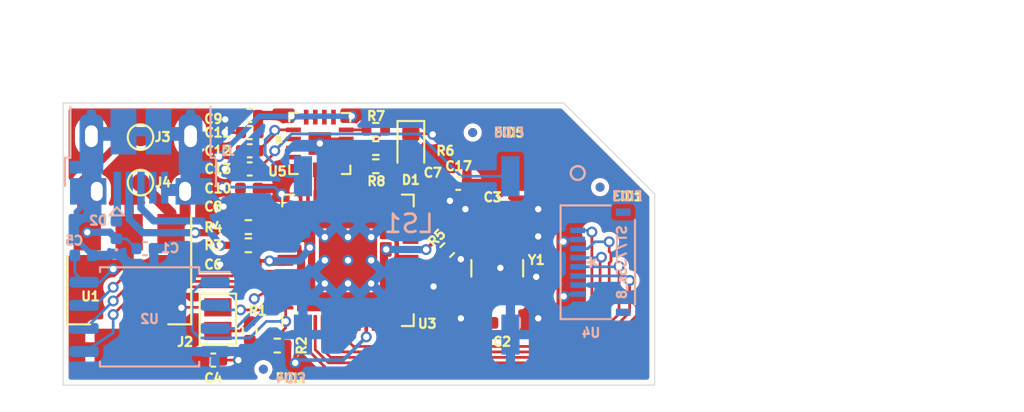
<source format=kicad_pcb>
(kicad_pcb (version 20221018) (generator pcbnew)
  (title_block (title "RP2040 Minimal Design Example") (date "2020-07-13") (rev "REV1") (company "Raspberry Pi (Trading) Ltd"))
  (layers (0 "F.Cu" signal) (31 "B.Cu" signal) (34 "B.Paste" user) (35 "F.Paste" user) (36 "B.SilkS" user "B.Silkscreen") (37 "F.SilkS" user "F.Silkscreen") (38 "B.Mask" user) (39 "F.Mask" user) (44 "Edge.Cuts" user))
  (net 0 "")
  (net 1 "GND")
  (net 2 "VBUS")
  (net 3 "/XIN")
  (net 4 "/XOUT")
  (net 5 "+3V3")
  (net 6 "+1V1")
  (net 8 "/~{USB_BOOT}")
  (net 9 "/GPIO15")
  (net 10 "/GPIO14")
  (net 11 "/GPIO13")
  (net 12 "/GPIO12")
  (net 13 "/GPIO11")
  (net 14 "/GPIO10")
  (net 15 "/GPIO9")
  (net 16 "/GPIO8")
  (net 17 "/GPIO7")
  (net 18 "/GPIO6")
  (net 19 "/GPIO5")
  (net 20 "/GPIO4")
  (net 21 "/GPIO3")
  (net 22 "/GPIO2")
  (net 23 "/GPIO1")
  (net 24 "/GPIO0")
  (net 25 "/GPIO29_ADC3")
  (net 26 "/GPIO28_ADC2")
  (net 27 "/GPIO27_ADC1")
  (net 28 "/GPIO26_ADC0")
  (net 29 "/GPIO25")
  (net 30 "/GPIO24")
  (net 31 "/GPIO23")
  (net 32 "/GPIO22")
  (net 33 "/GPIO21")
  (net 34 "/GPIO20")
  (net 35 "/GPIO19")
  (net 36 "/GPIO18")
  (net 37 "/GPIO17")
  (net 38 "/GPIO16")
  (net 39 "/RUN")
  (net 40 "/SWD")
  (net 41 "/SWCLK")
  (net 42 "/QSPI_SS")
  (net 43 "Net-(R3-Pad2)")
  (net 44 "Net-(R4-Pad2)")
  (net 45 "/QSPI_SD3")
  (net 46 "/QSPI_SCLK")
  (net 47 "/QSPI_SD0")
  (net 48 "/QSPI_SD2")
  (net 49 "/QSPI_SD1")
  (net 50 "/USB_D+")
  (net 51 "/USB_D-")
  (net 52 "Net-(C3-Pad1)")
  (net 53 "Net-(C12-Pad1)")
  (net 54 "Net-(C13-Pad1)")
  (net 55 "Net-(R6-Pad2)")
  (net 56 "Net-(R7-Pad2)")
  (net 61 "Net-(D1-Pad2)")
  (net 62 "Net-(D2-Pad2)")
  (footprint "Capacitor_SMD:C_0402_1005Metric" (layer "F.Cu") (at 163.84 93)
    (fp_text reference "C4")
    (fp_text value "10u")
  )
  (footprint "Capacitor_SMD:C_0402_1005Metric" (layer "F.Cu") (at 165.815 83.56875 180)
    (fp_text reference "C10")
    (fp_text value "1u")
  )
  (footprint "Capacitor_SMD:C_0402_1005Metric" (layer "F.Cu") (at 165.815 84.56875 180)
    (fp_text reference "C8")
    (fp_text value "1u")
  )
  (footprint "Resistor_SMD:R_0402_1005Metric" (layer "F.Cu") (at 167.351855 92.202951 180)
    (fp_text reference "R2")
    (fp_text value "DNF")
  )
  (footprint "Package_TO_SOT_SMD:SOT-223-3_TabPin2" (layer "F.Cu") (at 159.215 89.125 -90)
    (fp_text reference "U1")
    (fp_text value "NCP1117-3.3_SOT223")
  )
  (footprint "Capacitor_SMD:C_0402_1005Metric" (layer "F.Cu") (at 179.19 84.95625)
    (fp_text reference "C3")
    (fp_text value "27p")
  )
  (footprint "Resistor_SMD:R_0402_1005Metric" (layer "F.Cu") (at 165.84 91.375 90)
    (fp_text reference "R1")
    (fp_text value "1k")
  )
  (footprint "Resistor_SMD:R_0402_1005Metric" (layer "F.Cu") (at 165.765 86.69375)
    (fp_text reference "R3")
    (fp_text value "27")
  )
  (footprint "Capacitor_SMD:C_0402_1005Metric" (layer "F.Cu") (at 175.896581 84.70625 90)
    (fp_text reference "C7")
    (fp_text value "100n")
  )
  (footprint "RP2040_minimal:RP2040-QFN-56" (layer "F.Cu") (at 171.24 87.51875 90)
    (fp_text reference "U3")
    (fp_text value "RP2040")
  )
  (footprint "Capacitor_SMD:C_0402_1005Metric" (layer "F.Cu") (at 179.69 90.95625 180)
    (fp_text reference "C2")
    (fp_text value "27p")
  )
  (footprint "Resistor_SMD:R_0402_1005Metric" (layer "F.Cu") (at 165.765 85.69375)
    (fp_text reference "R4")
    (fp_text value "27")
  )
  (footprint "Capacitor_SMD:C_0402_1005Metric" (layer "F.Cu") (at 165.715 87.70625 180)
    (fp_text reference "C6")
    (fp_text value "100n")
  )
  (footprint "Resistor_SMD:R_0402_1005Metric" (layer "F.Cu") (at 176.69 86.95625 45)
    (fp_text reference "R5")
    (fp_text value "1k")
  )
  (footprint "Custom:403C35D12M00000" (layer "F.Cu") (at 179.44 87.95625 90)
    (fp_text reference "Y1")
    (fp_text value "ABLS-12.000MHZ-B4-T" hide)
  )
  (footprint "Capacitor_SMD:C_0402_1005Metric" (layer "F.Cu") (at 177.295918 83.288047 180)
    (fp_text reference "C17")
    (fp_text value "10u")
  )
  (footprint "Capacitor_SMD:C_0402_1005Metric" (layer "F.Cu") (at 165.824093 79.55969 180)
    (fp_text reference "C9")
    (fp_text value "10u")
  )
  (footprint "Capacitor_SMD:C_0402_1005Metric" (layer "F.Cu") (at 165.84 82.5 180)
    (fp_text reference "C13")
    (fp_text value "220p")
  )
  (footprint "Capacitor_SMD:C_0402_1005Metric" (layer "F.Cu") (at 165.84 80.5 180)
    (fp_text reference "C11")
    (fp_text value "100n")
  )
  (footprint "Fiducial:Fiducial_0.5mm_Mask1mm" (layer "F.Cu") (at 166.59 93.5)
    (fp_text reference "FID2")
    (fp_text value "Fiducial")
  )
  (footprint "Resistor_SMD:R_0402_1005Metric" (layer "F.Cu") (at 172.7672 80.35 180)
    (fp_text reference "R7")
    (fp_text value "680k")
  )
  (footprint "Custom:MAX98357AETE-T" (layer "F.Cu") (at 169.6922 81.1 180)
    (fp_text reference "U5")
    (fp_text value "MAX98357AETE+T" hide)
  )
  (footprint "Jumper:SolderJumper-2_P1.3mm_Open_Pad1.0x1.5mm" (layer "F.Cu") (at 164.09 90.75 90)
    (fp_text reference "J2")
    (fp_text value "Conn_01x02")
  )
  (footprint "Resistor_SMD:R_0402_1005Metric" (layer "F.Cu") (at 172.7672 82.35 180)
    (fp_text reference "R8")
    (fp_text value "1K")
  )
  (footprint "LED_SMD:LED_0603_1608Metric" (layer "F.Cu") (at 174.6922 81.35 -90)
    (fp_text reference "D1")
    (fp_text value "LED")
  )
  (footprint "Capacitor_SMD:C_0402_1005Metric" (layer "F.Cu") (at 165.84 81.5 180)
    (fp_text reference "C12")
    (fp_text value "220p")
  )
  (footprint "Fiducial:Fiducial_0.5mm_Mask1mm" (layer "F.Cu") (at 178.09 80.5)
    (fp_text reference "FID5")
    (fp_text value "Fiducial")
  )
  (footprint "Fiducial:Fiducial_0.5mm_Mask1mm" (layer "F.Cu") (at 185.09 83.5)
    (fp_text reference "FID1")
    (fp_text value "Fiducial")
  )
  (footprint "TestPoint:TestPoint_Pad_D1.0mm" (layer "F.Cu") (at 159.84 80.75 180)
    (fp_text reference "J3")
    (fp_text value "Conn_01x01_Female")
  )
  (footprint "TestPoint:TestPoint_Pad_D1.0mm" (layer "F.Cu") (at 159.84 83.25)
    (fp_text reference "J4")
    (fp_text value "Conn_01x01_Female")
  )
  (footprint "Resistor_SMD:R_0402_1005Metric" (layer "F.Cu") (at 172.7672 81.35 180)
    (fp_text reference "R6")
    (fp_text value "100k")
  )
  (footprint "RP2040_minimal:USB_Micro-B_Amphenol_10103594-0001LF_Horizontal_modified" (layer "B.Cu") (at 159.865 80.7)
    (fp_text reference "J1")
    (fp_text value "USB_B_Micro")
  )
  (footprint "Capacitor_SMD:C_0402_1005Metric" (layer "B.Cu") (at 156.715 87.25)
    (fp_text reference "C5")
    (fp_text value "100n")
  )
  (footprint "Package_SO:SOIC-8_5.23x5.23mm_P1.27mm" (layer "B.Cu") (at 160.34 90.625 180)
    (fp_text reference "U2")
    (fp_text value "W25Q128JVS")
  )
  (footprint "Capacitor_SMD:C_0402_1005Metric" (layer "B.Cu") (at 160.09 86.875)
    (fp_text reference "C1")
    (fp_text value "10u")
  )
  (footprint "Custom:SMS-1308MS-2-R" (layer "B.Cu") (at 174.465 87.25)
    (fp_text reference "LS1")
    (fp_text value "Speaker")
  )
  (footprint "Diode_SMD:D_0402_1005Metric" (layer "B.Cu") (at 158.515 85.85 90)
    (fp_text reference "D2")
    (fp_text value "D_Schottky")
  )
  (footprint "Fiducial:Fiducial_0.5mm_Mask1mm" (layer "B.Cu") (at 185.09 83.5 180)
    (fp_text reference "FID3")
    (fp_text value "Fiducial")
  )
  (footprint "Fiducial:Fiducial_0.5mm_Mask1mm" (layer "B.Cu") (at 178.09 80.5 180)
    (fp_text reference "FID6")
    (fp_text value "Fiducial")
  )
  (footprint "Fiducial:Fiducial_0.5mm_Mask1mm" (layer "B.Cu") (at 166.59 93.5 180)
    (fp_text reference "FID4")
    (fp_text value "Fiducial")
  )
  (footprint "Custom:2328702-8" (layer "B.Cu") (at 184.965 87.625 -90)
    (fp_text reference "U4")
    (fp_text value "ST7735s_8")
  )
  (gr_poly (pts (xy 188.09 83.875) (xy 188.09 94.375) (xy 155.59 94.375) (xy 155.59 78.875) (xy 183.09 78.875)) (stroke (width 0.05)) (fill none) (layer "Edge.Cuts"))
  (segment (start 174.6775 88.51875) (end 175.5025 88.51875) (width 0.15) (layer "F.Cu") (net 1))
  (segment (start 164.32 93) (end 165.215 93) (width 0.15) (layer "F.Cu") (net 1))
  (segment (start 176.815918 84.225918) (end 176.84 84.25) (width 0.15) (layer "F.Cu") (net 1))
  (segment (start 164.215 87.75) (end 164.25875 87.70625) (width 0.15) (layer "F.Cu") (net 1))
  (segment (start 171.14 80.85) (end 169.9422 80.85) (width 0.15) (layer "F.Cu") (net 1))
  (segment (start 164.709142 79.55969) (end 165.364093 79.55969) (width 0.15) (layer "F.Cu") (net 1))
  (segment (start 169.9422 81.35) (end 169.6922 81.1) (width 0.15) (layer "F.Cu") (net 1))
  (segment (start 169.4422 81.35) (end 169.6922 81.1) (width 0.15) (layer "F.Cu") (net 1))
  (segment (start 175.8547 80.5625) (end 175.8922 80.6) (width 0.15) (layer "F.Cu") (net 1))
  (segment (start 168.2444 81.35) (end 169.4422 81.35) (width 0.15) (layer "F.Cu") (net 1))
  (segment (start 169.9422 80.85) (end 169.6922 81.1) (width 0.15) (layer "F.Cu") (net 1))
  (segment (start 175.5025 88.51875) (end 175.94 88.95625) (width 0.15) (layer "F.Cu") (net 1))
  (segment (start 164.491398 79.777434) (end 164.709142 79.55969) (width 0.15) (layer "F.Cu") (net 1))
  (segment (start 164.09 90.1) (end 162.115 90.1) (width 0.15) (layer "F.Cu") (net 1))
  (segment (start 162.115 90.1) (end 162.09 90.125) (width 0.15) (layer "F.Cu") (net 1))
  (segment (start 176.81125 84.22125) (end 176.84 84.25) (width 0.15) (layer "F.Cu") (net 1))
  (segment (start 175.896581 84.22125) (end 176.81125 84.22125) (width 0.15) (layer "F.Cu") (net 1))
  (segment (start 169.9422 82.5478) (end 169.9422 81.35) (width 0.15) (layer "F.Cu") (net 1))
  (segment (start 161.515 84.925) (end 159.84 83.25) (width 0.6) (layer "F.Cu") (net 1))
  (segment (start 162.29 83.73) (end 162.29 85.2) (width 0.6) (layer "F.Cu") (net 1))
  (segment (start 165.36 82.5) (end 164.465 82.5) (width 0.15) (layer "F.Cu") (net 1))
  (segment (start 165.36 80.5) (end 164.469093 80.5) (width 0.15) (layer "F.Cu") (net 1))
  (segment (start 161.515 85.975) (end 161.515 84.925) (width 0.6) (layer "F.Cu") (net 1))
  (segment (start 162.29 85.2) (end 161.515 85.975) (width 0.6) (layer "F.Cu") (net 1))
  (segment (start 174.6922 80.5625) (end 175.8547 80.5625) (width 0.15) (layer "F.Cu") (net 1))
  (segment (start 165.33 83.56875) (end 165.33 84.56875) (width 0.15) (layer "F.Cu") (net 1))
  (segment (start 164.25875 87.70625) (end 165.23 87.70625) (width 0.15) (layer "F.Cu") (net 1))
  (segment (start 165.33 84.56875) (end 164.5 84.56875) (width 0.2) (layer "F.Cu") (net 1))
  (segment (start 165.36 81.5) (end 165.36 82.5) (width 0.15) (layer "F.Cu") (net 1))
  (segment (start 176.815918 83.288047) (end 176.815918 84.225918) (width 0.15) (layer "F.Cu") (net 1))
  (via (at 179.611406 87.934844) (size 0.6) (drill 0.35) (layers "F.Cu" "B.Cu") (net 1))
  (via (at 181.69 84.70625) (size 0.6) (drill 0.35) (layers "F.Cu" "B.Cu") (net 1))
  (via (at 181.580545 88.42625) (size 0.6) (drill 0.35) (layers "F.Cu" "B.Cu") (net 1))
  (via (at 162.09 90.125) (size 0.6) (drill 0.35) (layers "F.Cu" "B.Cu") (net 1))
  (via (at 181.69 90.70625) (size 0.6) (drill 0.35) (layers "F.Cu" "B.Cu") (net 1))
  (via (at 176.84 84.25) (size 0.6) (drill 0.35) (layers "F.Cu" "B.Cu") (net 1))
  (via (at 164.215 87.75) (size 0.6) (drill 0.35) (layers "F.Cu" "B.Cu") (net 1))
  (via (at 177.44 90.70625) (size 0.6) (drill 0.35) (layers "F.Cu" "B.Cu") (net 1))
  (via (at 164.4 84.56875) (size 0.6) (drill 0.35) (layers "F.Cu" "B.Cu") (net 1))
  (via (at 165.215 93) (size 0.6) (drill 0.35) (layers "F.Cu" "B.Cu") (net 1))
  (via (at 175.94 88.95625) (size 0.6) (drill 0.35) (layers "F.Cu" "B.Cu") (net 1))
  (via (at 181.69 86.20625) (size 0.6) (drill 0.35) (layers "F.Cu" "B.Cu") (net 1))
  (via (at 169.6922 81.1) (size 0.6) (drill 0.35) (layers "F.Cu" "B.Cu") (net 1))
  (via (at 164.491398 79.777434) (size 0.6) (drill 0.35) (layers "F.Cu" "B.Cu") (net 1))
  (via (at 164.465 82.5) (size 0.6) (drill 0.35) (layers "F.Cu" "B.Cu") (net 1))
  (via (at 177.69 84.70625) (size 0.6) (drill 0.35) (layers "F.Cu" "B.Cu") (net 1))
  (via (at 175.8922 80.6) (size 0.6) (drill 0.35) (layers "F.Cu" "B.Cu") (net 1))
  (via (at 164.469093 80.5) (size 0.6) (drill 0.35) (layers "F.Cu" "B.Cu") (net 1))
  (via (at 177.44 87.45625) (size 0.6) (drill 0.35) (layers "F.Cu" "B.Cu") (net 1))
  (segment (start 156.315 84.855) (end 157.44 83.73) (width 0.3) (layer "B.Cu") (net 1))
  (segment (start 162.765 83.73) (end 163.56125 83.73) (width 0.15) (layer "B.Cu") (net 1))
  (segment (start 163.56125 83.73) (end 164.4 84.56875) (width 0.3) (layer "B.Cu") (net 1))
  (segment (start 183.862767 88.875) (end 184.465 88.875) (width 0.15) (layer "B.Cu") (net 1))
  (segment (start 184.465 88.875) (end 184.59 89) (width 0.15) (layer "B.Cu") (net 1))
  (segment (start 156.315 86.365) (end 156.315 84.855) (width 0.3) (layer "B.Cu") (net 1))
  (segment (start 157.2 87.25) (end 156.315 86.365) (width 0.3) (layer "B.Cu") (net 1))
  (segment (start 156.565 85.625) (end 156.565 83.167563) (width 0.4) (layer "F.Cu") (net 2))
  (segment (start 156.565 83.167563) (end 158.982563 80.75) (width 0.4) (layer "F.Cu") (net 2))
  (segment (start 158.982563 80.75) (end 159.84 80.75) (width 0.4) (layer "F.Cu") (net 2))
  (segment (start 156.915 85.975) (end 156.565 85.625) (width 0.4) (layer "F.Cu") (net 2))
  (via (at 156.915 85.975) (size 0.6) (drill 0.35) (layers "F.Cu" "B.Cu") (net 2))
  (segment (start 158.515 86.335) (end 159.07 86.335) (width 0.15) (layer "B.Cu") (net 2))
  (segment (start 158.155 85.975) (end 158.515 86.335) (width 0.4) (layer "B.Cu") (net 2))
  (segment (start 159.07 86.335) (end 159.61 86.875) (width 0.15) (layer "B.Cu") (net 2))
  (segment (start 156.915 85.975) (end 158.155 85.975) (width 0.4) (layer "B.Cu") (net 2))
  (segment (start 180.24 89.34055) (end 180.24 90.89125) (width 0.2) (layer "F.Cu") (net 3))
  (segment (start 174.6775 88.11875) (end 179.0182 88.11875) (width 0.2) (layer "F.Cu") (net 3))
  (segment (start 179.0182 88.11875) (end 180.24 89.34055) (width 0.2) (layer "F.Cu") (net 3))
  (segment (start 180.24 90.89125) (end 180.175 90.95625) (width 0.2) (layer "F.Cu") (net 3))
  (segment (start 174.6775 87.71875) (end 175.9175 87.71875) (width 0.2) (layer "F.Cu") (net 4))
  (segment (start 175.9175 87.71875) (end 176.18 87.45625) (width 0.2) (layer "F.Cu") (net 4))
  (segment (start 167.8025 86.91875) (end 168.44 86.91875) (width 0.2) (layer "F.Cu") (net 5))
  (segment (start 168.34 92.75) (end 168.64 92.45) (width 0.2) (layer "F.Cu") (net 5))
  (segment (start 167.59 83.875) (end 167.59 84.70625) (width 0.15) (layer "F.Cu") (net 5))
  (segment (start 175.6422 81.35) (end 175.7672 81.475) (width 0.15) (layer "F.Cu") (net 5))
  (segment (start 166.532474 83.56875) (end 166.3 83.56875) (width 0.2) (layer "F.Cu") (net 5))
  (segment (start 172.24472 90.96097) (end 172.24472 91.7255) (width 0.2) (layer "F.Cu") (net 5))
  (segment (start 158.34 88) (end 159.215 87.125) (width 0.3) (layer "F.Cu") (net 5))
  (segment (start 167.8025 84.91875) (end 167.5125 84.91875) (width 0.2) (layer "F.Cu") (net 5))
  (segment (start 169.4422 79.6522) (end 168.942199 79.6522) (width 0.15) (layer "F.Cu") (net 5))
  (segment (start 167.59 83.875) (end 168.43375 83.875) (width 0.15) (layer "F.Cu") (net 5))
  (segment (start 159.215 87.125) (end 159.215 85.975) (width 0.3) (layer "F.Cu") (net 5))
  (segment (start 167.8025 84.91875) (end 167.65 84.91875) (width 0.2) (layer "F.Cu") (net 5))
  (segment (start 172.24 84.08125) (end 172.24 84.91875) (width 0.2) (layer "F.Cu") (net 5))
  (segment (start 172.24 83.6) (end 172.59 83.25) (width 0.2) (layer "F.Cu") (net 5))
  (segment (start 168.64 92.45) (end 168.64 90.95625) (width 0.2) (layer "F.Cu") (net 5))
  (segment (start 167.8025 85.31875) (end 168.44 85.31875) (width 0.2) (layer "F.Cu") (net 5))
  (segment (start 172.59 83.25) (end 173.09 83.25) (width 0.2) (layer "F.Cu") (net 5))
  (segment (start 168.64 90.95625) (end 168.64 90.11875) (width 0.2) (layer "F.Cu") (net 5))
  (segment (start 167.8025 84.91875) (end 168.64 84.91875) (width 0.2) (layer "F.Cu") (net 5))
  (segment (start 168.64 87.31875) (end 168.24 87.31875) (width 0.2) (layer "F.Cu") (net 5))
  (segment (start 173.2772 81.35) (end 175.6422 81.35) (width 0.15) (layer "F.Cu") (net 5))
  (segment (start 168.34 93.149502) (end 168.34 92.75) (width 0.2) (layer "F.Cu") (net 5))
  (segment (start 168.44 85.31875) (end 168.64 85.11875) (width 0.2) (layer "F.Cu") (net 5))
  (segment (start 172.24 90.95625) (end 172.24 90.11875) (width 0.2) (layer "F.Cu") (net 5))
  (segment (start 167.8025 85.31875) (end 167.8025 84.91875) (width 0.2) (layer "F.Cu") (net 5))
  (segment (start 167.8025 87.31875) (end 168.64 87.31875) (width 0.2) (layer "F.Cu") (net 5))
  (segment (start 172.24 90.95625) (end 172.24472 90.96097) (width 0.2) (layer "F.Cu") (net 5))
  (segment (start 174.6775 87.31875) (end 174.04 87.31875) (width 0.2) (layer "F.Cu") (net 5))
  (segment (start 168.64 84.08125) (end 168.64 84.91875) (width 0.2) (layer "F.Cu") (net 5))
  (segment (start 168.43375 83.875) (end 168.64 84.08125) (width 0.15) (layer "F.Cu") (net 5))
  (segment (start 168.44 86.91875) (end 168.64 87.11875) (width 0.2) (layer "F.Cu") (net 5))
  (segment (start 172.24 84.08125) (end 172.24 83.6) (width 0.2) (layer "F.Cu") (net 5))
  (segment (start 167.65 84.91875) (end 166.3 83.56875) (width 0.2) (layer "F.Cu") (net 5))
  (segment (start 167.59 84.70625) (end 167.8025 84.91875) (width 0.15) (layer "F.Cu") (net 5))
  (via (at 168.13595 79.6) (size 0.6) (drill 0.35) (layers "F.Cu" "B.Cu") (net 5))
  (via (at 164.150836 81.819387) (size 0.6) (drill 0.35) (layers "F.Cu" "B.Cu") (net 5))
  (via (at 183.072214 86.489193) (size 0.6) (drill 0.35) (layers "F.Cu" "B.Cu") (net 5))
  (via (at 171.4422 79.6) (size 0.6) (drill 0.35) (layers "F.Cu" "B.Cu") (net 5))
  (via (at 183.09 89.5) (size 0.6) (drill 0.35) (layers "F.Cu" "B.Cu") (net 5))
  (via (at 168.34 93.149502) (size 0.6) (drill 0.35) (layers "F.Cu" "B.Cu") (net 5))
  (via (at 164.34 83.5) (size 0.6) (drill 0.35) (layers "F.Cu" "B.Cu") (net 5))
  (via (at 167.59 83.875) (size 0.6) (drill 0.35) (layers "F.Cu" "B.Cu") (net 5))
  (via (at 172.24472 91.7255) (size 0.6) (drill 0.35) (layers "F.Cu" "B.Cu") (net 5))
  (via (at 158.34 88) (size 0.6) (drill 0.35) (layers "F.Cu" "B.Cu") (net 5))
  (segment (start 183.186407 86.375) (end 183.072214 86.489193) (width 0.15) (layer "B.Cu") (net 5))
  (segment (start 156.23 88.21) (end 156.74 88.72) (width 0.15) (layer "B.Cu") (net 5))
  (segment (start 183.215001 89.374999) (end 183.09 89.5) (width 0.15) (layer "B.Cu") (net 5))
  (segment (start 156.23 87.25) (end 156.23 88.21) (width 0.15) (layer "B.Cu") (net 5))
  (segment (start 168.489502 93) (end 170.97022 93) (width 0.2) (layer "B.Cu") (net 5))
  (segment (start 156.74 88.72) (end 157.62 88.72) (width 0.15) (layer "B.Cu") (net 5))
  (segment (start 164.34 83.5) (end 167.215 83.5) (width 0.15) (layer "B.Cu") (net 5))
  (segment (start 170.97022 93) (end 172.24472 91.7255) (width 0.2) (layer "B.Cu") (net 5))
  (segment (start 167.215 83.5) (end 167.59 83.875) (width 0.15) (layer "B.Cu") (net 5))
  (segment (start 157.62 88.72) (end 158.34 88) (width 0.15) (layer "B.Cu") (net 5))
  (segment (start 183.862767 86.375) (end 183.186407 86.375) (width 0.15) (layer "B.Cu") (net 5))
  (segment (start 183.862767 89.374999) (end 183.215001 89.374999) (width 0.15) (layer "B.Cu") (net 5))
  (segment (start 168.34 93.149502) (end 168.489502 93) (width 0.2) (layer "B.Cu") (net 5))
  (segment (start 168.13595 79.6) (end 166.370223 79.6) (width 0.3) (layer "B.Cu") (net 5))
  (segment (start 171.4422 79.6) (end 168.13595 79.6) (width 0.3) (layer "B.Cu") (net 5))
  (segment (start 166.370223 79.6) (end 164.150836 81.819387) (width 0.3) (layer "B.Cu") (net 5))
  (segment (start 175.53 86.92875) (end 175.896581 86.562169) (width 0.2) (layer "F.Cu") (net 6))
  (segment (start 166.3 84.70625) (end 167.3125 85.71875) (width 0.15) (layer "F.Cu") (net 6))
  (segment (start 166.3 84.56875) (end 166.3 84.70625) (width 0.15) (layer "F.Cu") (net 6))
  (segment (start 166.9275 87.54925) (end 166.357 87.54925) (width 0.2) (layer "F.Cu") (net 6))
  (segment (start 166.357 87.54925) (end 166.2 87.70625) (width 0.2) (layer "F.Cu") (net 6))
  (segment (start 167.8025 85.71875) (end 167.3125 85.71875) (width 0.2) (layer "F.Cu") (net 6))
  (segment (start 175.52 86.91875) (end 174.6775 86.91875) (width 0.2) (layer "F.Cu") (net 6))
  (segment (start 167.8025 85.71875) (end 168.64 85.71875) (width 0.2) (layer "F.Cu") (net 6))
  (segment (start 175.896581 85.19125) (end 175.896581 86.562169) (width 0.15) (layer "F.Cu") (net 6))
  (segment (start 167.097 87.71875) (end 167.8025 87.71875) (width 0.2) (layer "F.Cu") (net 6))
  (segment (start 166.9275 87.54925) (end 167.097 87.71875) (width 0.2) (layer "F.Cu") (net 6))
  (segment (start 175.53 86.92875) (end 175.52 86.91875) (width 0.2) (layer "F.Cu") (net 6))
  (via (at 166.9275 87.54925) (size 0.6) (drill 0.35) (layers "F.Cu" "B.Cu") (net 6))
  (via (at 169.14 86.81875) (size 0.6) (drill 0.35) (layers "F.Cu" "B.Cu") (net 6))
  (via (at 173.34 86.91878) (size 0.6) (drill 0.35) (layers "F.Cu" "B.Cu") (net 6))
  (via (at 175.53 86.92875) (size 0.6) (drill 0.35) (layers "F.Cu" "B.Cu") (net 6))
  (segment (start 168.5985 87.54775) (end 169.14 86.81875) (width 0.4) (layer "B.Cu") (net 6))
  (segment (start 166.9275 87.54925) (end 168.5985 87.54775) (width 0.4) (layer "B.Cu") (net 6))
  (segment (start 175.53 86.92875) (end 173.34 86.91878) (width 0.4) (layer "B.Cu") (net 6))
  (segment (start 164.09 91.4) (end 165.305 91.4) (width 0.15) (layer "F.Cu") (net 8))
  (segment (start 165.305 91.4) (end 165.84 90.865) (width 0.15) (layer "F.Cu") (net 8))
  (segment (start 184.638482 90.451518) (end 182.84 92.25) (width 0.15) (layer "F.Cu") (net 19))
  (segment (start 171.04 91.75) (end 171.04 90.95625) (width 0.15) (layer "F.Cu") (net 19))
  (segment (start 182.84 92.25) (end 171.54 92.25) (width 0.15) (layer "F.Cu") (net 19))
  (segment (start 171.54 92.25) (end 171.04 91.75) (width 0.15) (layer "F.Cu") (net 19))
  (segment (start 184.638482 85.966362) (end 184.638482 90.451518) (width 0.15) (layer "F.Cu") (net 19))
  (via (at 184.638482 85.966362) (size 0.6) (drill 0.35) (layers "F.Cu" "B.Cu") (net 19))
  (segment (start 183.862767 85.875001) (end 184.547121 85.875001) (width 0.15) (layer "B.Cu") (net 19))
  (segment (start 184.547121 85.875001) (end 184.638482 85.966362) (width 0.15) (layer "B.Cu") (net 19))
  (segment (start 185.09 87.423482) (end 185.09 90.5) (width 0.15) (layer "F.Cu") (net 21))
  (segment (start 183.04 92.55) (end 170.412792 92.55) (width 0.15) (layer "F.Cu") (net 21))
  (segment (start 185.162982 87.3505) (end 185.09 87.423482) (width 0.15) (layer "F.Cu") (net 21))
  (segment (start 170.24 92.377208) (end 170.24 90.95625) (width 0.15) (layer "F.Cu") (net 21))
  (segment (start 185.09 90.5) (end 183.04 92.55) (width 0.15) (layer "F.Cu") (net 21))
  (segment (start 170.412792 92.55) (end 170.24 92.377208) (width 0.15) (layer "F.Cu") (net 21))
  (via (at 185.162982 87.3505) (size 0.6) (drill 0.35) (layers "F.Cu" "B.Cu") (net 21))
  (segment (start 185.162982 87.3505) (end 185.138482 87.375) (width 0.15) (layer "B.Cu") (net 21))
  (segment (start 185.138482 87.375) (end 183.862767 87.375) (width 0.15) (layer "B.Cu") (net 21))
  (segment (start 169.84 92.401472) (end 169.84 90.95625) (width 0.15) (layer "F.Cu") (net 22))
  (segment (start 185.687982 87.133037) (end 185.687982 87.567963) (width 0.15) (layer "F.Cu") (net 22))
  (segment (start 185.59 87.035055) (end 185.687982 87.133037) (width 0.15) (layer "F.Cu") (net 22))
  (segment (start 185.59 86.5) (end 185.59 87.035055) (width 0.15) (layer "F.Cu") (net 22))
  (segment (start 185.59 87.665945) (end 185.59 90.575736) (width 0.15) (layer "F.Cu") (net 22))
  (segment (start 183.315736 92.85) (end 170.288528 92.85) (width 0.15) (layer "F.Cu") (net 22))
  (segment (start 185.59 90.575736) (end 183.315736 92.85) (width 0.15) (layer "F.Cu") (net 22))
  (segment (start 185.687982 87.567963) (end 185.59 87.665945) (width 0.15) (layer "F.Cu") (net 22))
  (segment (start 170.288528 92.85) (end 169.84 92.401472) (width 0.15) (layer "F.Cu") (net 22))
  (via (at 185.59 86.5) (size 0.6) (drill 0.35) (layers "F.Cu" "B.Cu") (net 22))
  (segment (start 184.794166 86.5) (end 184.419167 86.874999) (width 0.15) (layer "B.Cu") (net 22))
  (segment (start 185.59 86.5) (end 184.794166 86.5) (width 0.15) (layer "B.Cu") (net 22))
  (segment (start 184.419167 86.874999) (end 183.862767 86.874999) (width 0.15) (layer "B.Cu") (net 22))
  (segment (start 186.129879 90.460121) (end 183.44 93.15) (width 0.15) (layer "F.Cu") (net 23))
  (segment (start 170.164264 93.15) (end 169.44 92.425736) (width 0.15) (layer "F.Cu") (net 23))
  (segment (start 169.44 92.425736) (end 169.44 90.95625) (width 0.15) (layer "F.Cu") (net 23))
  (segment (start 183.44 93.15) (end 170.164264 93.15) (width 0.15) (layer "F.Cu") (net 23))
  (segment (start 186.129879 87.850501) (end 186.129879 90.460121) (width 0.15) (layer "F.Cu") (net 23))
  (via (at 186.129879 87.850501) (size 0.6) (drill 0.35) (layers "F.Cu" "B.Cu") (net 23))
  (segment (start 186.129879 87.850501) (end 186.10538 87.875) (width 0.15) (layer "B.Cu") (net 23))
  (segment (start 186.10538 87.875) (end 183.862767 87.875) (width 0.15) (layer "B.Cu") (net 23))
  (segment (start 170.04 93.45) (end 169.04 92.45) (width 0.15) (layer "F.Cu") (net 24))
  (segment (start 169.04 92.45) (end 169.04 90.95625) (width 0.15) (layer "F.Cu") (net 24))
  (segment (start 183.64 93.45) (end 170.04 93.45) (width 0.15) (layer "F.Cu") (net 24))
  (segment (start 186.714999 90.375001) (end 183.64 93.45) (width 0.15) (layer "F.Cu") (net 24))
  (segment (start 186.714999 88.625) (end 186.714999 90.375001) (width 0.15) (layer "F.Cu") (net 24))
  (via (at 186.714999 88.625) (size 0.6) (drill 0.35) (layers "F.Cu" "B.Cu") (net 24))
  (segment (start 186.465 88.375001) (end 183.862767 88.375001) (width 0.15) (layer "B.Cu") (net 24))
  (segment (start 186.714999 88.625) (end 186.465 88.375001) (width 0.15) (layer "B.Cu") (net 24))
  (segment (start 169.44 83.0772) (end 169.4422 83.075) (width 0.15) (layer "F.Cu") (net 26))
  (segment (start 169.44 84.08125) (end 169.44 83.0772) (width 0.15) (layer "F.Cu") (net 26))
  (segment (start 169.4422 82.5478) (end 169.4422 83.075) (width 0.15) (layer "F.Cu") (net 26))
  (segment (start 170.442201 83.004112) (end 170.442201 82.5478) (width 0.15) (layer "F.Cu") (net 27))
  (segment (start 169.84 84.08125) (end 169.84 83.606313) (width 0.15) (layer "F.Cu") (net 27))
  (segment (start 169.84 83.606313) (end 170.442201 83.004112) (width 0.15) (layer "F.Cu") (net 27))
  (segment (start 170.770577 83.1) (end 170.94 83.1) (width 0.15) (layer "F.Cu") (net 28))
  (segment (start 170.94 83.1) (end 171.14 82.9) (width 0.15) (layer "F.Cu") (net 28))
  (segment (start 171.14 82.9) (end 171.14 81.850001) (width 0.15) (layer "F.Cu") (net 28))
  (segment (start 170.24 83.630577) (end 170.770577 83.1) (width 0.15) (layer "F.Cu") (net 28))
  (segment (start 170.24 84.08125) (end 170.24 83.630577) (width 0.15) (layer "F.Cu") (net 28))
  (segment (start 171.18845 83.41875) (end 172.2572 82.35) (width 0.15) (layer "F.Cu") (net 29))
  (segment (start 170.64 83.654841) (end 170.876091 83.41875) (width 0.15) (layer "F.Cu") (net 29))
  (segment (start 170.876091 83.41875) (end 171.18845 83.41875) (width 0.15) (layer "F.Cu") (net 29))
  (segment (start 170.64 84.08125) (end 170.64 83.654841) (width 0.15) (layer "F.Cu") (net 29))
  (segment (start 171.84 84.08125) (end 171.84 83.25) (width 0.15) (layer "F.Cu") (net 32))
  (segment (start 172.195 82.895) (end 172.541317 82.895) (width 0.15) (layer "F.Cu") (net 32))
  (segment (start 172.7822 80.845) (end 173.2772 80.35) (width 0.15) (layer "F.Cu") (net 32))
  (segment (start 171.84 83.25) (end 172.195 82.895) (width 0.15) (layer "F.Cu") (net 32))
  (segment (start 172.541317 82.895) (end 172.7822 82.654117) (width 0.15) (layer "F.Cu") (net 32))
  (segment (start 172.7822 82.654117) (end 172.7822 80.845) (width 0.15) (layer "F.Cu") (net 32))
  (segment (start 167.815498 91.229308) (end 166.841855 92.202951) (width 0.15) (layer "F.Cu") (net 42))
  (segment (start 167.815498 90.875) (end 167.815498 91.229308) (width 0.15) (layer "F.Cu") (net 42))
  (segment (start 167.815498 90.875) (end 167.815498 90.131748) (width 0.15) (layer "F.Cu") (net 42))
  (segment (start 165.84 91.885) (end 166.523904 91.885) (width 0.15) (layer "F.Cu") (net 42))
  (segment (start 167.815498 90.131748) (end 167.8025 90.11875) (width 0.15) (layer "F.Cu") (net 42))
  (segment (start 166.523904 91.885) (end 166.841855 92.202951) (width 0.15) (layer "F.Cu") (net 42))
  (via (at 167.815498 90.875) (size 0.6) (drill 0.35) (layers "F.Cu" "B.Cu") (net 42))
  (segment (start 163.245 88.72) (end 163.94 88.72) (width 0.15) (layer "B.Cu") (net 42))
  (segment (start 165.84 91.785) (end 163.075736 91.785) (width 0.15) (layer "B.Cu") (net 42))
  (segment (start 166.75 90.875) (end 165.84 91.785) (width 0.15) (layer "B.Cu") (net 42))
  (segment (start 163.075736 91.785) (end 162.675 91.384264) (width 0.15) (layer "B.Cu") (net 42))
  (segment (start 162.675 89.29) (end 163.245 88.72) (width 0.15) (layer "B.Cu") (net 42))
  (segment (start 167.815498 90.875) (end 166.75 90.875) (width 0.15) (layer "B.Cu") (net 42))
  (segment (start 162.675 91.384264) (end 162.675 89.29) (width 0.15) (layer "B.Cu") (net 42))
  (segment (start 167.8025 86.51875) (end 166.45 86.51875) (width 0.2) (layer "F.Cu") (net 43))
  (segment (start 166.45 86.51875) (end 166.275 86.69375) (width 0.2) (layer "F.Cu") (net 43))
  (segment (start 166.7 86.11875) (end 166.275 85.69375) (width 0.2) (layer "F.Cu") (net 44))
  (segment (start 167.8025 86.11875) (end 166.7 86.11875) (width 0.2) (layer "F.Cu") (net 44))
  (segment (start 166.72125 88.11875) (end 166.59 88.25) (width 0.15) (layer "F.Cu") (net 45))
  (segment (start 158.965 88.375) (end 158.34 89) (width 0.15) (layer "F.Cu") (net 45))
  (segment (start 167.8025 88.11875) (end 166.72125 88.11875) (width 0.15) (layer "F.Cu") (net 45))
  (segment (start 166.59 88.25) (end 166.465 88.375) (width 0.15) (layer "F.Cu") (net 45))
  (segment (start 166.465 88.375) (end 162.09 88.375) (width 0.15) (layer "F.Cu") (net 45))
  (segment (start 162.09 88.375) (end 158.965 88.375) (width 0.15) (layer "F.Cu") (net 45))
  (via (at 158.34 89) (size 0.6) (drill 0.35) (layers "F.Cu" "B.Cu") (net 45))
  (segment (start 158.34 89) (end 157.35 89.99) (width 0.15) (layer "B.Cu") (net 45))
  (segment (start 157.35 89.99) (end 156.74 89.99) (width 0.15) (layer "B.Cu") (net 45))
  (segment (start 166.589264 88.675) (end 159.715 88.675) (width 0.15) (layer "F.Cu") (net 46))
  (segment (start 166.745514 88.51875) (end 166.589264 88.675) (width 0.15) (layer "F.Cu") (net 46))
  (segment (start 159.415 88.675) (end 158.34 89.75) (width 0.15) (layer "F.Cu") (net 46))
  (segment (start 167.8025 88.51875) (end 166.745514 88.51875) (width 0.15) (layer "F.Cu") (net 46))
  (segment (start 159.715 88.675) (end 159.415 88.675) (width 0.15) (layer "F.Cu") (net 46))
  (via (at 158.34 89.75) (size 0.6) (drill 0.35) (layers "F.Cu" "B.Cu") (net 46))
  (segment (start 156.83 91.26) (end 156.74 91.26) (width 0.15) (layer "B.Cu") (net 46))
  (segment (start 158.34 89.75) (end 156.83 91.26) (width 0.15) (layer "B.Cu") (net 46))
  (segment (start 159.84 88.975) (end 167.74625 88.975) (width 0.15) (layer "F.Cu") (net 47))
  (segment (start 159.84 88.975) (end 159.84 89) (width 0.15) (layer "F.Cu") (net 47))
  (segment (start 159.84 89) (end 158.34 90.5) (width 0.15) (layer "F.Cu") (net 47))
  (segment (start 167.74625 88.975) (end 167.8025 88.91875) (width 0.15) (layer "F.Cu") (net 47))
  (via (at 158.34 90.5) (size 0.6) (drill 0.35) (layers "F.Cu" "B.Cu") (net 47))
  (segment (start 158.34 91.5) (end 156.80033 92.53) (width 0.15) (layer "B.Cu") (net 47))
  (segment (start 156.80033 92.53) (end 156.74 92.53) (width 0.15) (layer "B.Cu") (net 47))
  (segment (start 158.34 90.5) (end 158.34 91.5) (width 0.15) (layer "B.Cu") (net 47))
  (segment (start 166.59 89.31875) (end 167.8025 89.31875) (width 0.15) (layer "F.Cu") (net 48))
  (segment (start 166.09 89.625) (end 166.59 89.31875) (width 0.15) (layer "F.Cu") (net 48))
  (via (at 166.09 89.625) (size 0.6) (drill 0.35) (layers "F.Cu" "B.Cu") (net 48))
  (segment (start 165.058102 91.26) (end 163.94 91.26) (width 0.15) (layer "B.Cu") (net 48))
  (segment (start 166.09 89.625) (end 166.09 90.228102) (width 0.15) (layer "B.Cu") (net 48))
  (segment (start 166.09 90.228102) (end 165.058102 91.26) (width 0.15) (layer "B.Cu") (net 48))
  (segment (start 166.316921 90.241329) (end 165.33431 90.241329) (width 0.15) (layer "F.Cu") (net 49))
  (segment (start 166.8395 89.71875) (end 166.316921 90.241329) (width 0.15) (layer "F.Cu") (net 49))
  (segment (start 166.8395 89.71875) (end 167.8025 89.71875) (width 0.15) (layer "F.Cu") (net 49))
  (via (at 165.33431 90.241329) (size 0.6) (drill 0.35) (layers "F.Cu" "B.Cu") (net 49))
  (segment (start 165.33431 90.241329) (end 164.191329 90.241329) (width 0.15) (layer "B.Cu") (net 49))
  (segment (start 164.191329 90.241329) (end 163.94 89.99) (width 0.15) (layer "B.Cu") (net 49))
  (segment (start 165.28 86.69375) (end 164.215 86.69375) (width 0.4) (layer "F.Cu") (net 50))
  (via (at 164.215 86.69375) (size 0.6) (drill 0.35) (layers "F.Cu" "B.Cu") (net 50))
  (segment (start 159.865 84.65) (end 159.865 83.525) (width 0.4) (layer "B.Cu") (net 50))
  (segment (start 160.565 85.35) (end 159.865 84.65) (width 0.4) (layer "B.Cu") (net 50))
  (segment (start 163.215 85.35) (end 160.565 85.35) (width 0.4) (layer "B.Cu") (net 50))
  (segment (start 164.215 86.69375) (end 163.215 85.35) (width 0.4) (layer "B.Cu") (net 50))
  (segment (start 162.84 86) (end 163.928679 86) (width 0.4) (layer "F.Cu") (net 51))
  (segment (start 163.928679 86) (end 164.234929 85.69375) (width 0.4) (layer "F.Cu") (net 51))
  (segment (start 164.234929 85.69375) (end 165.255 85.69375) (width 0.4) (layer "F.Cu") (net 51))
  (via (at 162.84 86) (size 0.6) (drill 0.35) (layers "F.Cu" "B.Cu") (net 51))
  (segment (start 162.84 86) (end 159.965 86) (width 0.4) (layer "B.Cu") (net 51))
  (segment (start 159.215 85.25) (end 159.215 83.525) (width 0.4) (layer "B.Cu") (net 51))
  (segment (start 159.965 86) (end 159.215 85.25) (width 0.4) (layer "B.Cu") (net 51))
  (segment (start 178.64 85.02125) (end 178.705 84.95625) (width 0.15) (layer "F.Cu") (net 52))
  (segment (start 178.64 86.57195) (end 178.64 85.02125) (width 0.15) (layer "F.Cu") (net 52))
  (segment (start 177.050624 86.595626) (end 177.0743 86.57195) (width 0.15) (layer "F.Cu") (net 52))
  (segment (start 177.0743 86.57195) (end 178.64 86.57195) (width 0.15) (layer "F.Cu") (net 52))
  (segment (start 167.215 80.605) (end 166.32 81.5) (width 0.15) (layer "F.Cu") (net 53))
  (segment (start 167.240001 80.349999) (end 168.2444 80.349999) (width 0.15) (layer "F.Cu") (net 53))
  (segment (start 167.215 80.375) (end 167.240001 80.349999) (width 0.15) (layer "F.Cu") (net 53))
  (segment (start 167.215 80.375) (end 167.215 80.605) (width 0.15) (layer "F.Cu") (net 53))
  (via (at 167.215 80.375) (size 0.6) (drill 0.35) (layers "F.Cu" "B.Cu") (net 53))
  (segment (start 167.215 80.375) (end 166.69 80.9) (width 0.15) (layer "B.Cu") (net 53))
  (segment (start 167.865 82.9) (end 168.765 82.9) (width 0.15) (layer "B.Cu") (net 53))
  (segment (start 166.69 81.725) (end 167.865 82.9) (width 0.15) (layer "B.Cu") (net 53))
  (segment (start 166.69 80.9) (end 166.69 81.725) (width 0.15) (layer "B.Cu") (net 53))
  (segment (start 167.865 80.85) (end 167.215 81.5) (width 0.15) (layer "F.Cu") (net 54))
  (segment (start 168.2444 80.85) (end 167.865 80.85) (width 0.15) (layer "F.Cu") (net 54))
  (segment (start 167.215 81.5) (end 167.215 81.605) (width 0.15) (layer "F.Cu") (net 54))
  (segment (start 167.215 81.605) (end 166.32 82.5) (width 0.15) (layer "F.Cu") (net 54))
  (via (at 167.215 81.5) (size 0.6) (drill 0.35) (layers "F.Cu" "B.Cu") (net 54))
  (segment (start 167.215 81.5) (end 168.14 80.575) (width 0.15) (layer "B.Cu") (net 54))
  (segment (start 175.124737 80.575) (end 177.449737 82.9) (width 0.15) (layer "B.Cu") (net 54))
  (segment (start 168.14 80.575) (end 175.124737 80.575) (width 0.15) (layer "B.Cu") (net 54))
  (segment (start 177.449737 82.9) (end 180.165 82.9) (width 0.15) (layer "B.Cu") (net 54))
  (segment (start 171.14 81.35) (end 172.2122 81.35) (width 0.15) (layer "F.Cu") (net 55))
  (segment (start 171.14 80.349999) (end 172.2122 80.35) (width 0.15) (layer "F.Cu") (net 56))
  (segment (start 173.2022 82.35) (end 174.4797 82.35) (width 0.15) (layer "F.Cu") (net 61))
  (segment (start 158.565 85.315) (end 158.515 85.365) (width 0.4) (layer "B.Cu") (net 62))
  (segment (start 158.565 83.525) (end 158.565 85.315) (width 0.4) (layer "B.Cu") (net 62))
  (zone (net 6) (net_name "+1V1") (layer "F.Cu") (priority 1) (connect_pads yes (clearance 0.15)) (min_thickness 0.15) (fill yes (thermal_gap 0.508) (thermal_bridge_width 0.508))
    (polygon (pts (xy 169.44 85.51875) (xy 169.44 89.11875) (xy 172.84 89.11875) (xy 172.84 86.51875) (xy 173.64 86.51875) (xy 173.64 87.31875) (xy 173.44 87.31875) (xy 173.44 89.71875) (xy 169.04 89.71875) (xy 169.04 86.91875) (xy 168.84 86.91875) (xy 168.84 86.51875) (xy 168.44 86.51875) (xy 168.44 85.51875)))
  )
  (zone (net 5) (net_name "+3V3") (layer "F.Cu") (connect_pads yes (clearance 0.15)) (min_thickness 0.15) (fill yes (thermal_gap 0.508) (thermal_bridge_width 0.508))
    (polygon (pts (xy 174.04 84.71875) (xy 174.04 90.31875) (xy 168.44 90.31875) (xy 168.44 87.51875) (xy 168.44 86.71875) (xy 168.44 84.71875)))
  )
  (zone (net 5) (net_name "+3V3") (layer "F.Cu") (connect_pads (clearance 0.25)) (min_thickness 0.254) (fill yes (thermal_gap 0.508) (thermal_bridge_width 0.508))
    (polygon (pts (xy 189.59 94.875) (xy 155.59 94.875) (xy 155.59 78.875) (xy 189.59 78.875)))
  )
  (zone (net 1) (net_name "GND") (layer "F.Cu") (priority 1) (connect_pads (clearance 0.25)) (min_thickness 0.254) (fill yes (thermal_gap 0.5) (thermal_bridge_width 0.5))
    (polygon (pts (xy 176.94 83.95625) (xy 182.44 83.95625) (xy 182.44 91.45625) (xy 176.94 91.45625) (xy 176.94 89.48819) (xy 176.94 87.45625) (xy 176.94 85.70625) (xy 176.94 85.20625)))
  )
  (zone (net 1) (net_name "GND") (layer "B.Cu") (connect_pads (clearance 0.25)) (min_thickness 0.254) (fill yes (thermal_gap 0.508) (thermal_bridge_width 0.508))
    (polygon (pts (xy 189.59 94.875) (xy 155.59 94.875) (xy 155.59 78.875) (xy 189.59 78.875)))
  )
)
</source>
